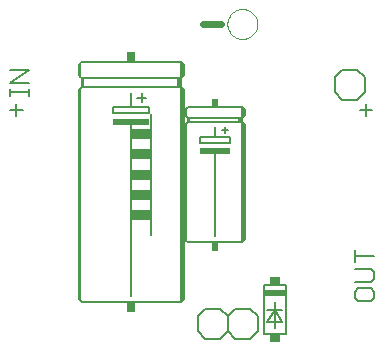
<source format=gto>
G75*
G70*
%OFA0B0*%
%FSLAX24Y24*%
%IPPOS*%
%LPD*%
%AMOC8*
5,1,8,0,0,1.08239X$1,22.5*
%
%ADD10C,0.0060*%
%ADD11C,0.0080*%
%ADD12R,0.0660X0.0380*%
%ADD13R,0.0736X0.0200*%
%ADD14R,0.0335X0.0250*%
%ADD15R,0.1000X0.0200*%
%ADD16C,0.0120*%
%ADD17R,0.0200X0.0300*%
%ADD18C,0.0040*%
%ADD19C,0.0240*%
%ADD20R,0.1200X0.0200*%
%ADD21R,0.0300X0.0350*%
D10*
X002716Y002962D02*
X002766Y002912D01*
X006066Y002912D01*
X006066Y010062D01*
X006066Y010362D01*
X006066Y010912D01*
X002766Y010912D01*
X002716Y010862D01*
X002716Y010412D01*
X002766Y010362D01*
X002766Y010062D01*
X002716Y010012D01*
X002716Y002962D01*
X002666Y003012D01*
X002666Y009962D01*
X002686Y009962D01*
X002686Y003012D01*
X004416Y003112D02*
X004416Y008862D01*
X004416Y009412D02*
X003816Y009412D01*
X003816Y009212D01*
X005016Y009212D01*
X005016Y009412D01*
X004416Y009412D01*
X004416Y009862D01*
X004616Y009712D02*
X004916Y009712D01*
X004766Y009862D02*
X004766Y009562D01*
X005966Y010062D02*
X002816Y010062D01*
X002786Y010062D01*
X002786Y010362D01*
X002816Y010362D01*
X002816Y010062D01*
X002786Y010062D02*
X002766Y010062D01*
X002716Y010012D02*
X002666Y009962D01*
X002766Y010362D02*
X002786Y010362D01*
X002816Y010362D02*
X005966Y010362D01*
X005966Y010062D01*
X006066Y010062D01*
X006166Y009962D01*
X006166Y003012D01*
X006066Y002912D01*
X006629Y002424D02*
X006879Y002674D01*
X007379Y002674D01*
X007629Y002424D01*
X007879Y002674D01*
X008379Y002674D01*
X008629Y002424D01*
X008629Y001924D01*
X008379Y001674D01*
X007879Y001674D01*
X007629Y001924D01*
X007379Y001674D01*
X006879Y001674D01*
X006629Y001924D01*
X006629Y002424D01*
X007629Y002424D02*
X007629Y001924D01*
X008829Y001835D02*
X009554Y001835D01*
X009554Y003475D01*
X008829Y003475D01*
X008829Y001835D01*
X009191Y002055D02*
X009191Y002655D01*
X008941Y002655D01*
X009191Y002655D02*
X009191Y002905D01*
X009191Y002655D02*
X009441Y002655D01*
X009191Y002655D02*
X009441Y002255D01*
X008941Y002255D01*
X009191Y002655D01*
X008091Y004905D02*
X006291Y004905D01*
X006241Y004955D01*
X006191Y005005D01*
X006191Y008805D01*
X006211Y008805D01*
X006211Y005005D01*
X006241Y004955D02*
X006241Y008855D01*
X006191Y008805D01*
X006241Y008855D02*
X006291Y008905D01*
X006311Y008905D01*
X006311Y009055D01*
X006291Y009055D01*
X006241Y009105D01*
X006241Y009355D01*
X006191Y009305D01*
X006211Y009305D01*
X006211Y009155D01*
X006191Y009155D02*
X006191Y009305D01*
X006241Y009355D02*
X006291Y009405D01*
X008091Y009405D01*
X008091Y009055D01*
X008091Y008905D01*
X008091Y004905D01*
X008191Y005005D01*
X008191Y008805D01*
X008091Y008905D01*
X007991Y008905D01*
X006341Y008905D01*
X006341Y009055D01*
X006311Y009055D01*
X006291Y009055D02*
X006291Y008905D01*
X006311Y008905D02*
X006341Y008905D01*
X006341Y009055D02*
X007991Y009055D01*
X007991Y008905D01*
X007991Y009055D02*
X008091Y009055D01*
X008191Y009155D01*
X008191Y009305D01*
X008091Y009405D01*
X007541Y008755D02*
X007541Y008555D01*
X007641Y008655D02*
X007441Y008655D01*
X007191Y008755D02*
X007191Y008405D01*
X007691Y008405D01*
X007691Y008205D01*
X006691Y008205D01*
X006691Y008405D01*
X007191Y008405D01*
X007191Y007905D02*
X007191Y005105D01*
X006241Y009105D02*
X006191Y009155D01*
X006066Y010362D02*
X005966Y010362D01*
X006066Y010362D02*
X006166Y010462D01*
X006166Y010812D01*
X006066Y010912D01*
X002716Y010862D02*
X002666Y010812D01*
X002666Y010462D01*
X002686Y010462D01*
X002686Y010812D01*
X002666Y010462D02*
X002716Y010412D01*
X001011Y010215D02*
X000371Y010215D01*
X001011Y010642D01*
X000371Y010642D01*
X000371Y009999D02*
X000371Y009785D01*
X000371Y009892D02*
X001011Y009892D01*
X001011Y009785D02*
X001011Y009999D01*
X000585Y009519D02*
X000585Y009092D01*
X000371Y009305D02*
X000799Y009305D01*
X011191Y009905D02*
X011441Y009655D01*
X011941Y009655D01*
X012191Y009905D01*
X012191Y010405D01*
X011941Y010655D01*
X011441Y010655D01*
X011191Y010405D01*
X011191Y009905D01*
X012021Y009305D02*
X012449Y009305D01*
X012235Y009092D02*
X012235Y009519D01*
X011871Y004651D02*
X011871Y004224D01*
X011871Y004007D02*
X012405Y004007D01*
X012511Y003900D01*
X012511Y003686D01*
X012405Y003580D01*
X011871Y003580D01*
X011978Y003362D02*
X011871Y003255D01*
X011871Y003042D01*
X011978Y002935D01*
X012405Y002935D01*
X012511Y003042D01*
X012511Y003255D01*
X012405Y003362D01*
X011978Y003362D01*
X011871Y004438D02*
X012511Y004438D01*
D11*
X005058Y005150D02*
X005058Y009161D01*
D12*
X004761Y008495D03*
X004761Y007825D03*
X004761Y007155D03*
X004761Y006485D03*
X004761Y005815D03*
D13*
X009186Y003205D03*
D14*
X009191Y003600D03*
X009191Y001710D03*
D15*
X007191Y007955D03*
D16*
X008141Y008805D02*
X008141Y005005D01*
X006116Y003012D02*
X006116Y009962D01*
X006016Y010112D02*
X006016Y010312D01*
X006116Y010462D02*
X006116Y010812D01*
X008041Y009005D02*
X008041Y008955D01*
X008141Y009155D02*
X008141Y009305D01*
D17*
X007191Y009555D03*
X007191Y004755D03*
D18*
X007617Y012175D02*
X007619Y012219D01*
X007625Y012263D01*
X007635Y012306D01*
X007648Y012348D01*
X007665Y012389D01*
X007686Y012428D01*
X007710Y012465D01*
X007737Y012500D01*
X007767Y012532D01*
X007800Y012562D01*
X007836Y012588D01*
X007873Y012612D01*
X007913Y012631D01*
X007954Y012648D01*
X007997Y012660D01*
X008040Y012669D01*
X008084Y012674D01*
X008128Y012675D01*
X008172Y012672D01*
X008216Y012665D01*
X008259Y012654D01*
X008301Y012640D01*
X008341Y012622D01*
X008380Y012600D01*
X008416Y012576D01*
X008450Y012548D01*
X008482Y012517D01*
X008511Y012483D01*
X008537Y012447D01*
X008559Y012409D01*
X008578Y012369D01*
X008593Y012327D01*
X008605Y012285D01*
X008613Y012241D01*
X008617Y012197D01*
X008617Y012153D01*
X008613Y012109D01*
X008605Y012065D01*
X008593Y012023D01*
X008578Y011981D01*
X008559Y011941D01*
X008537Y011903D01*
X008511Y011867D01*
X008482Y011833D01*
X008450Y011802D01*
X008416Y011774D01*
X008380Y011750D01*
X008341Y011728D01*
X008301Y011710D01*
X008259Y011696D01*
X008216Y011685D01*
X008172Y011678D01*
X008128Y011675D01*
X008084Y011676D01*
X008040Y011681D01*
X007997Y011690D01*
X007954Y011702D01*
X007913Y011719D01*
X007873Y011738D01*
X007836Y011762D01*
X007800Y011788D01*
X007767Y011818D01*
X007737Y011850D01*
X007710Y011885D01*
X007686Y011922D01*
X007665Y011961D01*
X007648Y012002D01*
X007635Y012044D01*
X007625Y012087D01*
X007619Y012131D01*
X007617Y012175D01*
D19*
X007417Y012175D02*
X006817Y012175D01*
D20*
X004416Y008912D03*
D21*
X004416Y011087D03*
X004416Y002737D03*
M02*

</source>
